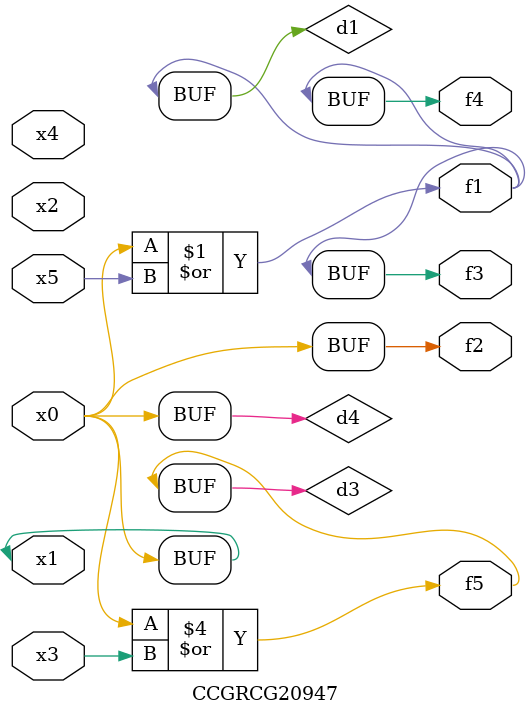
<source format=v>
module CCGRCG20947(
	input x0, x1, x2, x3, x4, x5,
	output f1, f2, f3, f4, f5
);

	wire d1, d2, d3, d4;

	or (d1, x0, x5);
	xnor (d2, x1, x4);
	or (d3, x0, x3);
	buf (d4, x0, x1);
	assign f1 = d1;
	assign f2 = d4;
	assign f3 = d1;
	assign f4 = d1;
	assign f5 = d3;
endmodule

</source>
